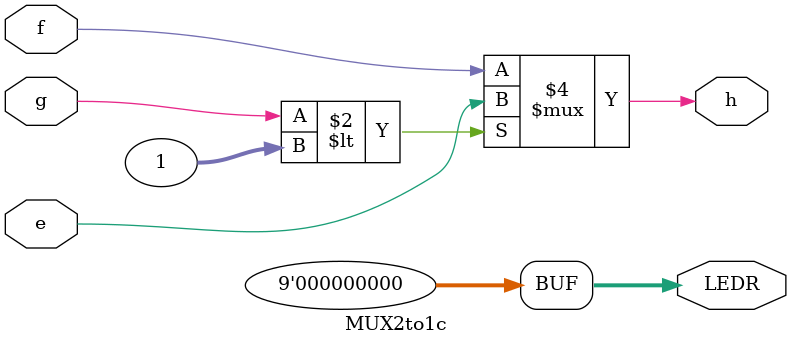
<source format=v>
module MUX2to1c(
input wire e,									// set e, f, g as inputs
input wire f,
input wire g,
output reg h,									// set h as an output register
output [9:1]LEDR								// set LEDR as output for unused LEDs
);

	always @(*)
		if (g < 1)								// if g is less than 1 set h to e
			h = e;
		else										// if g is not less than 1 set h to f
			h = f;
			
assign LEDR [9:1] = 8'b00000000;			// assign unused LEDs to low
					
endmodule
</source>
